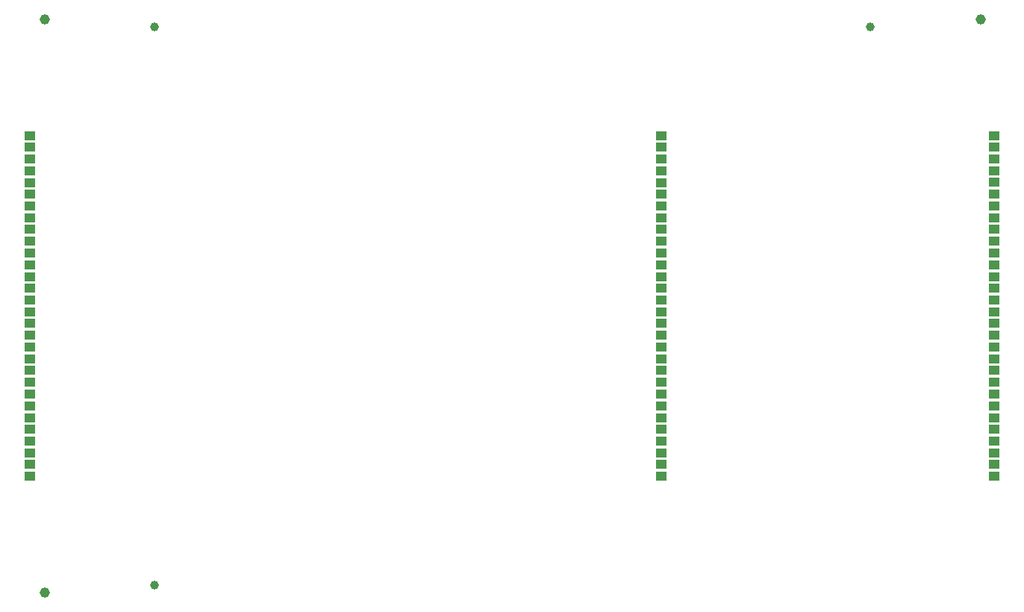
<source format=gbs>
G04 #@! TF.GenerationSoftware,KiCad,Pcbnew,7.0.2-6a45011f42~172~ubuntu22.04.1*
G04 #@! TF.CreationDate,2023-07-04T12:46:50+08:00*
G04 #@! TF.ProjectId,panel_10_1,70616e65-6c5f-4313-905f-312e6b696361,rev?*
G04 #@! TF.SameCoordinates,Original*
G04 #@! TF.FileFunction,Soldermask,Bot*
G04 #@! TF.FilePolarity,Negative*
%FSLAX46Y46*%
G04 Gerber Fmt 4.6, Leading zero omitted, Abs format (unit mm)*
G04 Created by KiCad (PCBNEW 7.0.2-6a45011f42~172~ubuntu22.04.1) date 2023-07-04 12:46:50*
%MOMM*%
%LPD*%
G01*
G04 APERTURE LIST*
%ADD10R,1.200000X1.000000*%
%ADD11C,1.152000*%
%ADD12C,1.000000*%
G04 APERTURE END LIST*
D10*
G04 #@! TO.C,J5*
X110240000Y-42325000D03*
G04 #@! TD*
G04 #@! TO.C,J2*
X72470000Y-31680000D03*
G04 #@! TD*
G04 #@! TO.C,J6*
X110240000Y-23675000D03*
G04 #@! TD*
G04 #@! TO.C,J8*
X823163Y-15680000D03*
G04 #@! TD*
G04 #@! TO.C,J7*
X823163Y-22330000D03*
G04 #@! TD*
G04 #@! TO.C,J9*
X823163Y-53005000D03*
G04 #@! TD*
G04 #@! TO.C,J7*
X823163Y-42330000D03*
G04 #@! TD*
G04 #@! TO.C,J9*
X823163Y-25005000D03*
G04 #@! TD*
G04 #@! TO.C,J1*
X72470000Y-34330000D03*
G04 #@! TD*
G04 #@! TO.C,J2*
X72470000Y-19680000D03*
G04 #@! TD*
G04 #@! TO.C,J9*
X823163Y-37005000D03*
G04 #@! TD*
G04 #@! TO.C,J8*
X823163Y-19680000D03*
G04 #@! TD*
D11*
G04 #@! TO.C,REF\u002A\u002A*
X2500000Y-67500000D03*
G04 #@! TD*
D10*
G04 #@! TO.C,J2*
X72470000Y-39680000D03*
G04 #@! TD*
G04 #@! TO.C,J3*
X72470000Y-41005000D03*
G04 #@! TD*
G04 #@! TO.C,J9*
X823163Y-41005000D03*
G04 #@! TD*
G04 #@! TO.C,J8*
X823163Y-47680000D03*
G04 #@! TD*
G04 #@! TO.C,J7*
X823163Y-34330000D03*
G04 #@! TD*
G04 #@! TO.C,J1*
X72470000Y-18330000D03*
G04 #@! TD*
D11*
G04 #@! TO.C,REF\u002A\u002A*
X108690000Y-2500000D03*
G04 #@! TD*
D10*
G04 #@! TO.C,J3*
X72470000Y-45005000D03*
G04 #@! TD*
G04 #@! TO.C,J7*
X823163Y-18330000D03*
G04 #@! TD*
G04 #@! TO.C,J8*
X823163Y-23680000D03*
G04 #@! TD*
G04 #@! TO.C,J5*
X110240000Y-38325000D03*
G04 #@! TD*
G04 #@! TO.C,J6*
X110240000Y-15675000D03*
G04 #@! TD*
G04 #@! TO.C,J3*
X72470000Y-33005000D03*
G04 #@! TD*
G04 #@! TO.C,J8*
X823163Y-39680000D03*
G04 #@! TD*
G04 #@! TO.C,J9*
X823163Y-33005000D03*
G04 #@! TD*
G04 #@! TO.C,J5*
X110240000Y-34325000D03*
G04 #@! TD*
G04 #@! TO.C,J4*
X110240000Y-17000000D03*
G04 #@! TD*
G04 #@! TO.C,J4*
X110240000Y-41000000D03*
G04 #@! TD*
G04 #@! TO.C,J1*
X72470000Y-30330000D03*
G04 #@! TD*
G04 #@! TO.C,J6*
X110240000Y-43675000D03*
G04 #@! TD*
G04 #@! TO.C,J2*
X72470000Y-51680000D03*
G04 #@! TD*
G04 #@! TO.C,J2*
X72470000Y-43680000D03*
G04 #@! TD*
G04 #@! TO.C,J3*
X72470000Y-37005000D03*
G04 #@! TD*
G04 #@! TO.C,J7*
X823163Y-26330000D03*
G04 #@! TD*
G04 #@! TO.C,J4*
X110240000Y-49000000D03*
G04 #@! TD*
G04 #@! TO.C,J2*
X72470000Y-27680000D03*
G04 #@! TD*
G04 #@! TO.C,J3*
X72470000Y-29005000D03*
G04 #@! TD*
G04 #@! TO.C,J1*
X72470000Y-50330000D03*
G04 #@! TD*
G04 #@! TO.C,J5*
X110240000Y-18325000D03*
G04 #@! TD*
G04 #@! TO.C,J5*
X110240000Y-22325000D03*
G04 #@! TD*
G04 #@! TO.C,J1*
X72470000Y-42330000D03*
G04 #@! TD*
G04 #@! TO.C,J7*
X823163Y-46330000D03*
G04 #@! TD*
G04 #@! TO.C,J6*
X110240000Y-35675000D03*
G04 #@! TD*
G04 #@! TO.C,J8*
X823163Y-31680000D03*
G04 #@! TD*
G04 #@! TO.C,J4*
X110240000Y-45000000D03*
G04 #@! TD*
G04 #@! TO.C,J4*
X110240000Y-21000000D03*
G04 #@! TD*
G04 #@! TO.C,J6*
X110240000Y-27675000D03*
G04 #@! TD*
G04 #@! TO.C,J5*
X110240000Y-50325000D03*
G04 #@! TD*
G04 #@! TO.C,J2*
X72470000Y-47680000D03*
G04 #@! TD*
G04 #@! TO.C,J4*
X110240000Y-37000000D03*
G04 #@! TD*
G04 #@! TO.C,J3*
X72470000Y-21005000D03*
G04 #@! TD*
G04 #@! TO.C,J1*
X72470000Y-46330000D03*
G04 #@! TD*
G04 #@! TO.C,J8*
X823163Y-51680000D03*
G04 #@! TD*
G04 #@! TO.C,J8*
X823163Y-35680000D03*
G04 #@! TD*
G04 #@! TO.C,J9*
X823163Y-21005000D03*
G04 #@! TD*
G04 #@! TO.C,J7*
X823163Y-38330000D03*
G04 #@! TD*
G04 #@! TO.C,J1*
X72470000Y-38330000D03*
G04 #@! TD*
G04 #@! TO.C,J7*
X823163Y-54330000D03*
G04 #@! TD*
G04 #@! TO.C,J6*
X110240000Y-39675000D03*
G04 #@! TD*
D11*
G04 #@! TO.C,REF\u002A\u002A*
X2500000Y-2500000D03*
G04 #@! TD*
D10*
G04 #@! TO.C,J3*
X72470000Y-25005000D03*
G04 #@! TD*
G04 #@! TO.C,J6*
X110240000Y-31675000D03*
G04 #@! TD*
G04 #@! TO.C,J1*
X72470000Y-22330000D03*
G04 #@! TD*
G04 #@! TO.C,J2*
X72470000Y-23680000D03*
G04 #@! TD*
G04 #@! TO.C,J5*
X110240000Y-26325000D03*
G04 #@! TD*
G04 #@! TO.C,J2*
X72470000Y-15680000D03*
G04 #@! TD*
G04 #@! TO.C,J8*
X823163Y-27680000D03*
G04 #@! TD*
G04 #@! TO.C,J9*
X823163Y-29005000D03*
G04 #@! TD*
G04 #@! TO.C,J4*
X110240000Y-25000000D03*
G04 #@! TD*
G04 #@! TO.C,J7*
X823163Y-30330000D03*
G04 #@! TD*
G04 #@! TO.C,J1*
X72470000Y-26330000D03*
G04 #@! TD*
G04 #@! TO.C,J4*
X110240000Y-33000000D03*
G04 #@! TD*
G04 #@! TO.C,J5*
X110240000Y-30325000D03*
G04 #@! TD*
G04 #@! TO.C,J6*
X110240000Y-19675000D03*
G04 #@! TD*
G04 #@! TO.C,J5*
X110240000Y-54325000D03*
G04 #@! TD*
G04 #@! TO.C,J3*
X72470000Y-17005000D03*
G04 #@! TD*
G04 #@! TO.C,J2*
X72470000Y-35680000D03*
G04 #@! TD*
G04 #@! TO.C,J9*
X823163Y-45005000D03*
G04 #@! TD*
G04 #@! TO.C,J6*
X110240000Y-51675000D03*
G04 #@! TD*
G04 #@! TO.C,J3*
X72470000Y-49005000D03*
G04 #@! TD*
G04 #@! TO.C,J7*
X823163Y-50330000D03*
G04 #@! TD*
G04 #@! TO.C,J5*
X110240000Y-46325000D03*
G04 #@! TD*
G04 #@! TO.C,J4*
X110240000Y-29000000D03*
G04 #@! TD*
G04 #@! TO.C,J6*
X110240000Y-47675000D03*
G04 #@! TD*
G04 #@! TO.C,J1*
X72470000Y-54330000D03*
G04 #@! TD*
G04 #@! TO.C,J4*
X110240000Y-53000000D03*
G04 #@! TD*
G04 #@! TO.C,J3*
X72470000Y-53005000D03*
G04 #@! TD*
G04 #@! TO.C,J9*
X823163Y-49005000D03*
G04 #@! TD*
G04 #@! TO.C,J9*
X823163Y-17005000D03*
G04 #@! TD*
G04 #@! TO.C,J8*
X823163Y-43680000D03*
G04 #@! TD*
D12*
G04 #@! TO.C,REF\u002A\u002A*
X96190000Y-3350000D03*
G04 #@! TD*
G04 #@! TO.C,REF\u002A\u002A*
X15000000Y-3350000D03*
G04 #@! TD*
G04 #@! TO.C,REF\u002A\u002A*
X15000000Y-66650000D03*
G04 #@! TD*
M02*

</source>
